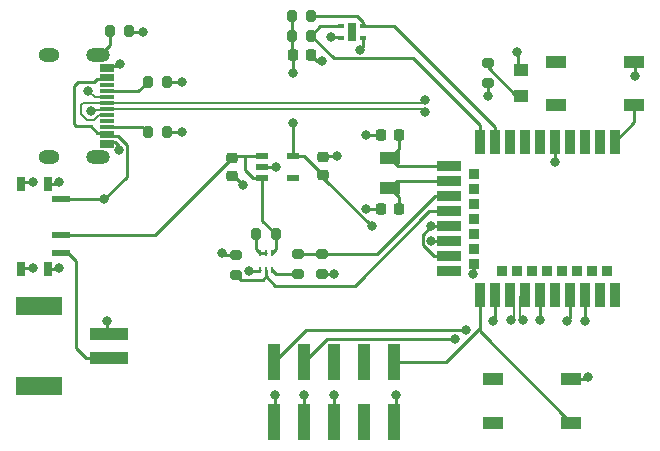
<source format=gbr>
%TF.GenerationSoftware,KiCad,Pcbnew,6.0.11-2627ca5db0~126~ubuntu22.04.1*%
%TF.CreationDate,2023-08-27T22:06:58+02:00*%
%TF.ProjectId,E73-2G4M08S1C-52840,4537332d-3247-4344-9d30-385331432d35,rev?*%
%TF.SameCoordinates,Original*%
%TF.FileFunction,Copper,L1,Top*%
%TF.FilePolarity,Positive*%
%FSLAX46Y46*%
G04 Gerber Fmt 4.6, Leading zero omitted, Abs format (unit mm)*
G04 Created by KiCad (PCBNEW 6.0.11-2627ca5db0~126~ubuntu22.04.1) date 2023-08-27 22:06:58*
%MOMM*%
%LPD*%
G01*
G04 APERTURE LIST*
G04 Aperture macros list*
%AMRoundRect*
0 Rectangle with rounded corners*
0 $1 Rounding radius*
0 $2 $3 $4 $5 $6 $7 $8 $9 X,Y pos of 4 corners*
0 Add a 4 corners polygon primitive as box body*
4,1,4,$2,$3,$4,$5,$6,$7,$8,$9,$2,$3,0*
0 Add four circle primitives for the rounded corners*
1,1,$1+$1,$2,$3*
1,1,$1+$1,$4,$5*
1,1,$1+$1,$6,$7*
1,1,$1+$1,$8,$9*
0 Add four rect primitives between the rounded corners*
20,1,$1+$1,$2,$3,$4,$5,0*
20,1,$1+$1,$4,$5,$6,$7,0*
20,1,$1+$1,$6,$7,$8,$9,0*
20,1,$1+$1,$8,$9,$2,$3,0*%
G04 Aperture macros list end*
%TA.AperFunction,SMDPad,CuDef*%
%ADD10R,1.520000X0.600000*%
%TD*%
%TA.AperFunction,SMDPad,CuDef*%
%ADD11R,0.700000X1.200000*%
%TD*%
%TA.AperFunction,ComponentPad*%
%ADD12O,2.000000X1.200000*%
%TD*%
%TA.AperFunction,ComponentPad*%
%ADD13O,1.800000X1.200000*%
%TD*%
%TA.AperFunction,SMDPad,CuDef*%
%ADD14R,1.300000X0.300000*%
%TD*%
%TA.AperFunction,SMDPad,CuDef*%
%ADD15RoundRect,0.200000X-0.275000X0.200000X-0.275000X-0.200000X0.275000X-0.200000X0.275000X0.200000X0*%
%TD*%
%TA.AperFunction,SMDPad,CuDef*%
%ADD16R,0.550000X0.350000*%
%TD*%
%TA.AperFunction,SMDPad,CuDef*%
%ADD17R,0.700000X1.600000*%
%TD*%
%TA.AperFunction,SMDPad,CuDef*%
%ADD18R,0.280000X0.550000*%
%TD*%
%TA.AperFunction,SMDPad,CuDef*%
%ADD19RoundRect,0.200000X-0.200000X-0.275000X0.200000X-0.275000X0.200000X0.275000X-0.200000X0.275000X0*%
%TD*%
%TA.AperFunction,SMDPad,CuDef*%
%ADD20RoundRect,0.200000X0.275000X-0.200000X0.275000X0.200000X-0.275000X0.200000X-0.275000X-0.200000X0*%
%TD*%
%TA.AperFunction,SMDPad,CuDef*%
%ADD21R,1.000000X0.600000*%
%TD*%
%TA.AperFunction,SMDPad,CuDef*%
%ADD22RoundRect,0.225000X-0.225000X-0.250000X0.225000X-0.250000X0.225000X0.250000X-0.225000X0.250000X0*%
%TD*%
%TA.AperFunction,SMDPad,CuDef*%
%ADD23R,1.700000X1.000000*%
%TD*%
%TA.AperFunction,SMDPad,CuDef*%
%ADD24RoundRect,0.225000X-0.250000X0.225000X-0.250000X-0.225000X0.250000X-0.225000X0.250000X0.225000X0*%
%TD*%
%TA.AperFunction,SMDPad,CuDef*%
%ADD25R,1.250000X1.000000*%
%TD*%
%TA.AperFunction,SMDPad,CuDef*%
%ADD26R,1.700000X1.050000*%
%TD*%
%TA.AperFunction,SMDPad,CuDef*%
%ADD27R,0.900000X2.000000*%
%TD*%
%TA.AperFunction,SMDPad,CuDef*%
%ADD28R,2.000000X0.900000*%
%TD*%
%TA.AperFunction,SMDPad,CuDef*%
%ADD29R,0.900000X0.900000*%
%TD*%
%TA.AperFunction,SMDPad,CuDef*%
%ADD30R,3.250000X1.000000*%
%TD*%
%TA.AperFunction,SMDPad,CuDef*%
%ADD31R,4.000000X1.500000*%
%TD*%
%TA.AperFunction,SMDPad,CuDef*%
%ADD32R,1.000000X3.150000*%
%TD*%
%TA.AperFunction,SMDPad,CuDef*%
%ADD33RoundRect,0.225000X0.250000X-0.225000X0.250000X0.225000X-0.250000X0.225000X-0.250000X-0.225000X0*%
%TD*%
%TA.AperFunction,ViaPad*%
%ADD34C,0.800000*%
%TD*%
%TA.AperFunction,Conductor*%
%ADD35C,0.250000*%
%TD*%
%TA.AperFunction,Conductor*%
%ADD36C,0.200000*%
%TD*%
G04 APERTURE END LIST*
D10*
%TO.P,SW3,1,1*%
%TO.N,VBUS*%
X3897500Y-20215000D03*
%TO.P,SW3,2,2*%
%TO.N,VSELECTED*%
X3897500Y-23215000D03*
%TO.P,SW3,3,3*%
%TO.N,VBAT*%
X3897500Y-24715000D03*
D11*
%TO.P,SW3,4,4*%
%TO.N,GND*%
X497500Y-26065000D03*
X2797500Y-26065000D03*
X2797500Y-18865000D03*
X497500Y-18865000D03*
%TD*%
D12*
%TO.P,USBC1,0,SH*%
%TO.N,/USB_SH*%
X7062500Y-7970000D03*
%TO.P,USBC1,1*%
%TO.N,N/C*%
X7062500Y-16630000D03*
D13*
%TO.P,USBC1,2*%
X2882500Y-16630000D03*
%TO.P,USBC1,3*%
X2882500Y-7970000D03*
D14*
%TO.P,USBC1,A1,GND*%
%TO.N,GND*%
X7822500Y-8950000D03*
%TO.P,USBC1,A4,VBUS*%
%TO.N,VBUS*%
X7822500Y-9750000D03*
%TO.P,USBC1,A5,CC1*%
%TO.N,CC1*%
X7822500Y-11050000D03*
%TO.P,USBC1,A6,DP1*%
%TO.N,DATA+*%
X7822500Y-12050000D03*
%TO.P,USBC1,A7,DN1*%
%TO.N,DATA-*%
X7822500Y-12550000D03*
%TO.P,USBC1,A8,SBU1*%
%TO.N,unconnected-(USBC1-PadA8)*%
X7822500Y-13550000D03*
%TO.P,USBC1,A9,VBUS*%
%TO.N,VBUS*%
X7822500Y-14850000D03*
%TO.P,USBC1,A12,GND*%
%TO.N,GND*%
X7822500Y-15650000D03*
%TO.P,USBC1,B1,GND*%
X7822500Y-15350000D03*
%TO.P,USBC1,B4,VBUS*%
%TO.N,VBUS*%
X7822500Y-14550000D03*
%TO.P,USBC1,B5,CC2*%
%TO.N,CC2*%
X7822500Y-14050000D03*
%TO.P,USBC1,B6,DP2*%
%TO.N,DATA+*%
X7822500Y-13050000D03*
%TO.P,USBC1,B7,DN2*%
%TO.N,DATA-*%
X7822500Y-11550000D03*
%TO.P,USBC1,B8,SBU2*%
%TO.N,unconnected-(USBC1-PadB8)*%
X7822500Y-10550000D03*
%TO.P,USBC1,B9,VBUS*%
%TO.N,VBUS*%
X7822500Y-10050000D03*
%TO.P,USBC1,B12,GND*%
%TO.N,GND*%
X7822500Y-9250000D03*
%TD*%
D15*
%TO.P,R9,1*%
%TO.N,BAT_READ*%
X26000000Y-24850000D03*
%TO.P,R9,2*%
%TO.N,GND*%
X26000000Y-26500000D03*
%TD*%
D16*
%TO.P,U3,1,VDD*%
%TO.N,nRF_VDD*%
X29481000Y-6567500D03*
%TO.P,U3,2,SCL*%
%TO.N,SCL*%
X29481000Y-5567500D03*
%TO.P,U3,3,SDA*%
%TO.N,SDA*%
X27641000Y-5567500D03*
%TO.P,U3,4,VSS*%
%TO.N,GND*%
X27641000Y-6567500D03*
D17*
%TO.P,U3,5,EP*%
%TO.N,unconnected-(U3-Pad5)*%
X28561000Y-6067500D03*
%TD*%
D18*
%TO.P,Q1,1,S1*%
%TO.N,GND*%
X20750000Y-26145000D03*
%TO.P,Q1,2,G1*%
%TO.N,BAT_MON_EN*%
X21250000Y-26145000D03*
%TO.P,Q1,3,D2*%
%TO.N,Net-(Q1-Pad3)*%
X21750000Y-26145000D03*
%TO.P,Q1,4,S2*%
%TO.N,VSELECTED*%
X21750000Y-24705000D03*
%TO.P,Q1,5,G2*%
%TO.N,Net-(Q1-Pad5)*%
X21250000Y-24705000D03*
%TO.P,Q1,6,D1*%
X20750000Y-24705000D03*
%TD*%
D15*
%TO.P,R4,1*%
%TO.N,Net-(LED1-Pad1)*%
X40020000Y-8700000D03*
%TO.P,R4,2*%
%TO.N,LED1*%
X40020000Y-10350000D03*
%TD*%
D19*
%TO.P,R1,1*%
%TO.N,CC1*%
X11217500Y-10272500D03*
%TO.P,R1,2*%
%TO.N,GND*%
X12867500Y-10272500D03*
%TD*%
D20*
%TO.P,R3,1*%
%TO.N,BAT_MON_EN*%
X18750000Y-26575000D03*
%TO.P,R3,2*%
%TO.N,GND*%
X18750000Y-24925000D03*
%TD*%
D21*
%TO.P,LDO1,1,IN*%
%TO.N,VSELECTED*%
X20900000Y-16500000D03*
%TO.P,LDO1,2,GND*%
%TO.N,GND*%
X20900000Y-17450000D03*
%TO.P,LDO1,3,EN*%
%TO.N,VSELECTED*%
X20900000Y-18400000D03*
%TO.P,LDO1,4,NC*%
%TO.N,unconnected-(LDO1-Pad4)*%
X23500000Y-18400000D03*
%TO.P,LDO1,5,OUT*%
%TO.N,nRF_VDD*%
X23500000Y-16500000D03*
%TD*%
D19*
%TO.P,R10,1*%
%TO.N,Net-(Q1-Pad5)*%
X20425000Y-23175000D03*
%TO.P,R10,2*%
%TO.N,VSELECTED*%
X22075000Y-23175000D03*
%TD*%
D22*
%TO.P,C5,1*%
%TO.N,GND*%
X30975000Y-21000000D03*
%TO.P,C5,2*%
%TO.N,XL2*%
X32525000Y-21000000D03*
%TD*%
%TO.P,C3,1*%
%TO.N,nRF_VDD*%
X23495580Y-7985000D03*
%TO.P,C3,2*%
%TO.N,GND*%
X25045580Y-7985000D03*
%TD*%
D23*
%TO.P,SW1,1,A*%
%TO.N,unconnected-(SW1-Pad1)*%
X45835000Y-8550000D03*
%TO.P,SW1,2,B*%
%TO.N,GND*%
X52435000Y-8550000D03*
%TO.P,SW1,3,C*%
%TO.N,unconnected-(SW1-Pad3)*%
X45835000Y-12250000D03*
%TO.P,SW1,4,D*%
%TO.N,BTN1*%
X52435000Y-12250000D03*
%TD*%
D19*
%TO.P,R8,1*%
%TO.N,/USB_SH*%
X8042500Y-5955000D03*
%TO.P,R8,2*%
%TO.N,GND*%
X9692500Y-5955000D03*
%TD*%
%TO.P,R6,1*%
%TO.N,nRF_VDD*%
X23428838Y-4685000D03*
%TO.P,R6,2*%
%TO.N,SCL*%
X25078838Y-4685000D03*
%TD*%
D23*
%TO.P,RESET1,1,A*%
%TO.N,unconnected-(RESET1-Pad1)*%
X40450000Y-35400000D03*
%TO.P,RESET1,2,B*%
%TO.N,GND*%
X47050000Y-35400000D03*
%TO.P,RESET1,3,C*%
%TO.N,unconnected-(RESET1-Pad3)*%
X40450000Y-39100000D03*
%TO.P,RESET1,4,D*%
%TO.N,RESET*%
X47050000Y-39100000D03*
%TD*%
D19*
%TO.P,R2,1*%
%TO.N,CC2*%
X11217500Y-14492500D03*
%TO.P,R2,2*%
%TO.N,GND*%
X12867500Y-14492500D03*
%TD*%
D24*
%TO.P,C1,1*%
%TO.N,VSELECTED*%
X18390000Y-16675000D03*
%TO.P,C1,2*%
%TO.N,GND*%
X18390000Y-18225000D03*
%TD*%
D20*
%TO.P,R7,1*%
%TO.N,Net-(Q1-Pad3)*%
X24000000Y-26500000D03*
%TO.P,R7,2*%
%TO.N,BAT_READ*%
X24000000Y-24850000D03*
%TD*%
D25*
%TO.P,LED1,1,K*%
%TO.N,Net-(LED1-Pad1)*%
X42820000Y-11450000D03*
%TO.P,LED1,2,A*%
%TO.N,nRF_VDD*%
X42820000Y-9250000D03*
%TD*%
D19*
%TO.P,R5,1*%
%TO.N,nRF_VDD*%
X23445580Y-6336000D03*
%TO.P,R5,2*%
%TO.N,SDA*%
X25095580Y-6336000D03*
%TD*%
D26*
%TO.P,X2,1,1*%
%TO.N,XL1*%
X31750000Y-16730000D03*
%TO.P,X2,2,2*%
%TO.N,XL2*%
X31750000Y-19270000D03*
%TD*%
D27*
%TO.P,U1,1,P1.11*%
%TO.N,BTN1*%
X50770000Y-15330000D03*
%TO.P,U1,2,P1.10*%
%TO.N,unconnected-(U1-Pad2)*%
X49500000Y-15330000D03*
%TO.P,U1,3,P0.03_P0.03/AIN1*%
%TO.N,unconnected-(U1-Pad3)*%
X48260000Y-15330000D03*
%TO.P,U1,4,AI4*%
%TO.N,unconnected-(U1-Pad4)*%
X46960000Y-15330000D03*
%TO.P,U1,5,GND*%
%TO.N,GND*%
X45690000Y-15330000D03*
%TO.P,U1,6,P1.13*%
%TO.N,unconnected-(U1-Pad6)*%
X44420000Y-15330000D03*
%TO.P,U1,7,AI0_P0.02/AIN0*%
%TO.N,unconnected-(U1-Pad7)*%
X43150000Y-15330000D03*
%TO.P,U1,8,AI5_P0.29/AIN5*%
%TO.N,unconnected-(U1-Pad8)*%
X41880000Y-15330000D03*
%TO.P,U1,9,AI7_P0.31/AIN7*%
%TO.N,SCL*%
X40610000Y-15330000D03*
%TO.P,U1,10,AI6_P0.30/AIN6*%
%TO.N,SDA*%
X39340000Y-15330000D03*
D28*
%TO.P,U1,11,XL1*%
%TO.N,XL1*%
X36750000Y-17380000D03*
D29*
%TO.P,U1,12,P0.26*%
%TO.N,unconnected-(U1-Pad12)*%
X38850000Y-18020000D03*
D28*
%TO.P,U1,13,XL2*%
%TO.N,XL2*%
X36750000Y-18660000D03*
D29*
%TO.P,U1,14,P0.06*%
%TO.N,unconnected-(U1-Pad14)*%
X38850000Y-19290000D03*
D28*
%TO.P,U1,15,AI3_P0.05/AIN3*%
%TO.N,BAT_READ*%
X36750000Y-19930000D03*
D29*
%TO.P,U1,16,P0.08*%
%TO.N,unconnected-(U1-Pad16)*%
X38850000Y-20560000D03*
D28*
%TO.P,U1,17,P1.09*%
%TO.N,BAT_MON_EN*%
X36750000Y-21200000D03*
D29*
%TO.P,U1,18,AI2*%
%TO.N,unconnected-(U1-Pad18)*%
X38850000Y-21830000D03*
D28*
%TO.P,U1,19,VCC*%
%TO.N,nRF_VDD*%
X36750000Y-22460000D03*
D29*
%TO.P,U1,20,P12*%
%TO.N,unconnected-(U1-Pad20)*%
X38850000Y-23100000D03*
D28*
%TO.P,U1,21,GND*%
%TO.N,GND*%
X36750000Y-23730000D03*
D29*
%TO.P,U1,22,P0.07*%
%TO.N,unconnected-(U1-Pad22)*%
X38850000Y-24370000D03*
D28*
%TO.P,U1,23,VDH*%
%TO.N,nRF_VDD*%
X36750000Y-25000000D03*
D29*
%TO.P,U1,24,GND*%
%TO.N,GND*%
X38850000Y-25640000D03*
D28*
%TO.P,U1,25,DCH*%
%TO.N,unconnected-(U1-Pad25)*%
X36750000Y-26280000D03*
D27*
%TO.P,U1,26,RST*%
%TO.N,RESET*%
X39340000Y-28330000D03*
%TO.P,U1,27,VBS*%
%TO.N,VBUS*%
X40610000Y-28330000D03*
D29*
%TO.P,U1,28,P15*%
%TO.N,unconnected-(U1-Pad28)*%
X41250000Y-26240000D03*
D27*
%TO.P,U1,29,D-*%
%TO.N,DATA-*%
X41880000Y-28330000D03*
D29*
%TO.P,U1,30,P17*%
%TO.N,unconnected-(U1-Pad30)*%
X42520000Y-26240000D03*
D27*
%TO.P,U1,31,D+*%
%TO.N,DATA+*%
X43150000Y-28330000D03*
D29*
%TO.P,U1,32,P0.20*%
%TO.N,unconnected-(U1-Pad32)*%
X43790000Y-26240000D03*
D27*
%TO.P,U1,33,P0.13*%
%TO.N,LED1*%
X44420000Y-28330000D03*
D29*
%TO.P,U1,34,P0.22*%
%TO.N,unconnected-(U1-Pad34)*%
X45060000Y-26240000D03*
D27*
%TO.P,U1,35,P0.24*%
%TO.N,unconnected-(U1-Pad35)*%
X45690000Y-28330000D03*
D29*
%TO.P,U1,36,P1.00*%
%TO.N,unconnected-(U1-Pad36)*%
X46330000Y-26240000D03*
D27*
%TO.P,U1,37,SWD/SWDIO*%
%TO.N,SWD*%
X46960000Y-28330000D03*
D29*
%TO.P,U1,38,P1.02*%
%TO.N,unconnected-(U1-Pad38)*%
X47600000Y-26240000D03*
D27*
%TO.P,U1,39,SWC/SWDCLK*%
%TO.N,SWC*%
X48230000Y-28330000D03*
D29*
%TO.P,U1,40,P1.04*%
%TO.N,unconnected-(U1-Pad40)*%
X48870000Y-26240000D03*
D27*
%TO.P,U1,41,NF1*%
%TO.N,unconnected-(U1-Pad41)*%
X49500000Y-28330000D03*
D29*
%TO.P,U1,42,P1.06*%
%TO.N,unconnected-(U1-Pad42)*%
X50140000Y-26230000D03*
D27*
%TO.P,U1,43,NF2*%
%TO.N,unconnected-(U1-Pad43)*%
X50770000Y-28330000D03*
%TD*%
D30*
%TO.P,X1,1,P+*%
%TO.N,VBAT*%
X7940000Y-33625000D03*
%TO.P,X1,2,P-*%
%TO.N,GND*%
X7940000Y-31625000D03*
D31*
%TO.P,X1,3,3*%
%TO.N,unconnected-(X1-Pad3)*%
X2060000Y-29215000D03*
%TO.P,X1,4,4*%
%TO.N,unconnected-(X1-Pad4)*%
X2060000Y-36035000D03*
%TD*%
D32*
%TO.P,J2,1,Pin_1*%
%TO.N,nRF_VDD*%
X21920000Y-39025000D03*
%TO.P,J2,2,Pin_2*%
%TO.N,SWD*%
X21920000Y-33975000D03*
%TO.P,J2,3,Pin_3*%
%TO.N,GND*%
X24460000Y-39025000D03*
%TO.P,J2,4,Pin_4*%
%TO.N,SWC*%
X24460000Y-33975000D03*
%TO.P,J2,5,Pin_5*%
%TO.N,GND*%
X27000000Y-39025000D03*
%TO.P,J2,6,Pin_6*%
%TO.N,unconnected-(J2-Pad6)*%
X27000000Y-33975000D03*
%TO.P,J2,7,Pin_7*%
%TO.N,unconnected-(J2-Pad7)*%
X29540000Y-39025000D03*
%TO.P,J2,8,Pin_8*%
%TO.N,unconnected-(J2-Pad8)*%
X29540000Y-33975000D03*
%TO.P,J2,9,Pin_9*%
%TO.N,GND*%
X32080000Y-39025000D03*
%TO.P,J2,10,Pin_10*%
%TO.N,RESET*%
X32080000Y-33975000D03*
%TD*%
D22*
%TO.P,C4,1*%
%TO.N,GND*%
X30950000Y-14750000D03*
%TO.P,C4,2*%
%TO.N,XL1*%
X32500000Y-14750000D03*
%TD*%
D33*
%TO.P,C2,1*%
%TO.N,nRF_VDD*%
X26117500Y-18145000D03*
%TO.P,C2,2*%
%TO.N,GND*%
X26117500Y-16595000D03*
%TD*%
D34*
%TO.N,GND*%
X14122500Y-14500000D03*
X48500000Y-35250000D03*
X19817076Y-26266294D03*
X22055000Y-17485000D03*
X8778000Y-16000000D03*
X32250000Y-36750000D03*
X27000000Y-36750000D03*
X17500000Y-24750000D03*
X3750000Y-26000000D03*
X52500000Y-9750000D03*
X26750000Y-6500000D03*
X29750000Y-21000000D03*
X45750000Y-17000000D03*
X26000000Y-8500000D03*
X19305000Y-18985000D03*
X7750000Y-30500000D03*
X27000000Y-26500000D03*
X29725000Y-14750000D03*
X1500000Y-26000000D03*
X3750000Y-18750000D03*
X14122500Y-10250000D03*
X1500000Y-18750000D03*
X38750000Y-26500000D03*
X8872500Y-8750000D03*
X27250000Y-16500000D03*
X24500000Y-36750000D03*
X35250000Y-23750000D03*
X10872500Y-6000000D03*
%TO.N,VBUS*%
X7570000Y-20215000D03*
X40480000Y-30480000D03*
%TO.N,DATA-*%
X6400000Y-12749500D03*
X41975000Y-30456644D03*
X6200000Y-11000000D03*
X34750000Y-12825000D03*
%TO.N,DATA+*%
X43025000Y-30456644D03*
X34750000Y-11775000D03*
%TO.N,LED1*%
X44450000Y-30450000D03*
X40005000Y-11430000D03*
%TO.N,SWD*%
X38146771Y-31275500D03*
X46750000Y-30500000D03*
%TO.N,SWC*%
X37250000Y-32000000D03*
X48250000Y-30500000D03*
%TO.N,nRF_VDD*%
X29210000Y-7530500D03*
X42500000Y-7750000D03*
X22000000Y-36750000D03*
X23495000Y-9525000D03*
X23495000Y-13750000D03*
X30250000Y-22500000D03*
X35250000Y-22500000D03*
%TD*%
D35*
%TO.N,Net-(LED1-Pad1)*%
X40020000Y-9020000D02*
X42450000Y-11450000D01*
X40020000Y-8700000D02*
X40020000Y-9020000D01*
X42450000Y-11450000D02*
X42820000Y-11450000D01*
%TO.N,GND*%
X27000000Y-36750000D02*
X27000000Y-39025000D01*
X27573500Y-6500000D02*
X27641000Y-6567500D01*
X25560580Y-8500000D02*
X25045580Y-7985000D01*
X3635000Y-18865000D02*
X3750000Y-18750000D01*
X24500000Y-38985000D02*
X24460000Y-39025000D01*
X14122500Y-14500000D02*
X12875000Y-14500000D01*
X32250000Y-36750000D02*
X32250000Y-38855000D01*
X24500000Y-36750000D02*
X24500000Y-38985000D01*
X8778000Y-15655500D02*
X8477500Y-15355000D01*
X7750000Y-30500000D02*
X7750000Y-31500000D01*
X20900000Y-17450000D02*
X22020000Y-17450000D01*
X8477500Y-15355000D02*
X7922500Y-15355000D01*
X26000000Y-8500000D02*
X25560580Y-8500000D01*
X7922500Y-8955000D02*
X8667500Y-8955000D01*
X45750000Y-17000000D02*
X45750000Y-15390000D01*
X18545000Y-18225000D02*
X19305000Y-18985000D01*
X18390000Y-18225000D02*
X18545000Y-18225000D01*
X27250000Y-16500000D02*
X26212500Y-16500000D01*
X26212500Y-16500000D02*
X26117500Y-16595000D01*
X48350000Y-35400000D02*
X48500000Y-35250000D01*
X10872500Y-6000000D02*
X9737500Y-6000000D01*
X17675000Y-24925000D02*
X18750000Y-24925000D01*
X36750000Y-23730000D02*
X35270000Y-23730000D01*
X27000000Y-26500000D02*
X26000000Y-26500000D01*
X1500000Y-26000000D02*
X510000Y-26000000D01*
X3685000Y-26065000D02*
X3750000Y-26000000D01*
X38850000Y-25640000D02*
X38850000Y-26400000D01*
X8778000Y-16000000D02*
X8778000Y-15655500D01*
X19817076Y-26266294D02*
X20628706Y-26266294D01*
X8667500Y-8955000D02*
X8872500Y-8750000D01*
X29750000Y-21000000D02*
X30975000Y-21000000D01*
X2745000Y-26065000D02*
X3685000Y-26065000D01*
X32250000Y-38855000D02*
X32080000Y-39025000D01*
X20628706Y-26266294D02*
X20750000Y-26145000D01*
X22020000Y-17450000D02*
X22055000Y-17485000D01*
X38850000Y-26400000D02*
X38750000Y-26500000D01*
X29725000Y-14750000D02*
X30950000Y-14750000D01*
X35270000Y-23730000D02*
X35250000Y-23750000D01*
X26750000Y-6500000D02*
X27573500Y-6500000D01*
X14122500Y-10250000D02*
X12890000Y-10250000D01*
X17500000Y-24750000D02*
X17675000Y-24925000D01*
X1500000Y-18750000D02*
X560000Y-18750000D01*
X2745000Y-18865000D02*
X3635000Y-18865000D01*
X52500000Y-9750000D02*
X52500000Y-8615000D01*
X47050000Y-35400000D02*
X48350000Y-35400000D01*
%TO.N,XL1*%
X32500000Y-15980000D02*
X31750000Y-16730000D01*
X32500000Y-14750000D02*
X32500000Y-15980000D01*
X36750000Y-17380000D02*
X32400000Y-17380000D01*
X32400000Y-17380000D02*
X31750000Y-16730000D01*
%TO.N,XL2*%
X32525000Y-21000000D02*
X32525000Y-20045000D01*
X36750000Y-18660000D02*
X32360000Y-18660000D01*
X32360000Y-18660000D02*
X31750000Y-19270000D01*
X32525000Y-20045000D02*
X31750000Y-19270000D01*
%TO.N,VBUS*%
X9503000Y-18282000D02*
X7570000Y-20215000D01*
X5000000Y-13800000D02*
X5000000Y-10600000D01*
X9503000Y-15630500D02*
X9503000Y-18282000D01*
X5000000Y-10600000D02*
X5325000Y-10275000D01*
X6950000Y-14550000D02*
X6400000Y-14000000D01*
X6947500Y-10050000D02*
X7822500Y-10050000D01*
X8722500Y-14850000D02*
X9503000Y-15630500D01*
X5200000Y-14000000D02*
X5000000Y-13800000D01*
X40610000Y-30350000D02*
X40610000Y-29160000D01*
X7822500Y-14550000D02*
X6950000Y-14550000D01*
X40480000Y-30480000D02*
X40610000Y-30350000D01*
X7822500Y-14850000D02*
X8722500Y-14850000D01*
X7570000Y-20215000D02*
X3845000Y-20215000D01*
X5325000Y-10275000D02*
X6722500Y-10275000D01*
X6722500Y-10275000D02*
X6947500Y-10050000D01*
X6400000Y-14000000D02*
X5200000Y-14000000D01*
%TO.N,RESET*%
X39340000Y-31390000D02*
X39340000Y-31107576D01*
X39340000Y-28330000D02*
X39340000Y-31107576D01*
X39340000Y-31107576D02*
X36472576Y-33975000D01*
X47050000Y-39100000D02*
X39340000Y-31390000D01*
X36472576Y-33975000D02*
X32080000Y-33975000D01*
D36*
%TO.N,DATA-*%
X6549500Y-12600000D02*
X6400000Y-12749500D01*
X8822501Y-12525000D02*
X8797501Y-12550000D01*
X41975000Y-30456644D02*
X42274999Y-30156645D01*
X34450001Y-12525001D02*
X8822501Y-12525000D01*
X7822500Y-12550000D02*
X7772500Y-12600000D01*
X34750000Y-12825000D02*
X34450001Y-12525001D01*
X42274999Y-30156645D02*
X42275000Y-28400000D01*
X7772500Y-12600000D02*
X6549500Y-12600000D01*
X6200000Y-11000000D02*
X6750000Y-11550000D01*
X8797501Y-12550000D02*
X7822500Y-12550000D01*
X6750000Y-11550000D02*
X7822500Y-11550000D01*
%TO.N,DATA+*%
X5750000Y-12050000D02*
X7822500Y-12050000D01*
X7089450Y-13050000D02*
X6689950Y-13449500D01*
X43025000Y-30456644D02*
X42725001Y-30156645D01*
X8822501Y-12075000D02*
X8797501Y-12050000D01*
X42725001Y-30156645D02*
X42725000Y-28400000D01*
X5600000Y-12939450D02*
X5600000Y-12200000D01*
X7822500Y-13050000D02*
X7089450Y-13050000D01*
X34750000Y-11775000D02*
X34450001Y-12074999D01*
X6689950Y-13449500D02*
X6110050Y-13449500D01*
X34450001Y-12074999D02*
X8822501Y-12075000D01*
X5600000Y-12200000D02*
X5750000Y-12050000D01*
X6110050Y-13449500D02*
X5600000Y-12939450D01*
X8797501Y-12050000D02*
X7822500Y-12050000D01*
D35*
%TO.N,CC1*%
X7922500Y-11055000D02*
X10435000Y-11055000D01*
X10435000Y-11055000D02*
X11217500Y-10272500D01*
%TO.N,LED1*%
X44450000Y-30450000D02*
X44450000Y-28360000D01*
X40005000Y-11430000D02*
X40005000Y-10365000D01*
X44450000Y-28360000D02*
X44420000Y-28330000D01*
%TO.N,CC2*%
X7922500Y-14055000D02*
X10780000Y-14055000D01*
X10780000Y-14055000D02*
X11217500Y-14492500D01*
%TO.N,BAT_MON_EN*%
X28750000Y-27500000D02*
X35050000Y-21200000D01*
X22040000Y-27500000D02*
X21250000Y-26710000D01*
X28750000Y-27500000D02*
X22040000Y-27500000D01*
X18750000Y-26575000D02*
X19175000Y-27000000D01*
X35050000Y-21200000D02*
X36750000Y-21200000D01*
X19175000Y-27000000D02*
X20960000Y-27000000D01*
X20960000Y-27000000D02*
X21250000Y-26710000D01*
X21250000Y-26710000D02*
X21250000Y-26145000D01*
%TO.N,SCL*%
X32097500Y-5567500D02*
X29481000Y-5567500D01*
X29481000Y-5187500D02*
X29481000Y-5567500D01*
X28978500Y-4685000D02*
X29481000Y-5187500D01*
X40610000Y-15330000D02*
X40610000Y-14080000D01*
X40610000Y-14080000D02*
X32097500Y-5567500D01*
X25078838Y-4685000D02*
X28978500Y-4685000D01*
%TO.N,SDA*%
X25864080Y-5567500D02*
X25095580Y-6336000D01*
X39340000Y-13940000D02*
X33655000Y-8255000D01*
X39340000Y-15330000D02*
X39340000Y-13940000D01*
X33655000Y-8255000D02*
X27014580Y-8255000D01*
X27014580Y-8255000D02*
X25095580Y-6336000D01*
X27641000Y-5567500D02*
X25864080Y-5567500D01*
%TO.N,SWD*%
X46960000Y-30290000D02*
X46750000Y-30500000D01*
X38146771Y-31275500D02*
X24619500Y-31275500D01*
X46960000Y-28330000D02*
X46960000Y-30290000D01*
X24619500Y-31275500D02*
X21920000Y-33975000D01*
%TO.N,SWC*%
X48230000Y-30480000D02*
X48250000Y-30500000D01*
X37250000Y-32000000D02*
X26435000Y-32000000D01*
X26435000Y-32000000D02*
X24460000Y-33975000D01*
X48230000Y-28330000D02*
X48230000Y-30480000D01*
%TO.N,Net-(Q1-Pad3)*%
X24000000Y-26500000D02*
X22105000Y-26500000D01*
X22105000Y-26500000D02*
X21750000Y-26145000D01*
%TO.N,nRF_VDD*%
X30224695Y-22500000D02*
X30250000Y-22500000D01*
X42500000Y-7750000D02*
X42545000Y-7795000D01*
X42545000Y-7795000D02*
X42545000Y-8975000D01*
X36710000Y-22500000D02*
X36750000Y-22460000D01*
X23500000Y-13755000D02*
X23500000Y-16500000D01*
X26117500Y-18145000D02*
X26117500Y-18392805D01*
X24472500Y-16500000D02*
X26117500Y-18145000D01*
X35250000Y-22500000D02*
X34525000Y-23225000D01*
X26117500Y-18392805D02*
X30224695Y-22500000D01*
X23428838Y-4685000D02*
X23428838Y-7918258D01*
X35474695Y-25000000D02*
X36750000Y-25000000D01*
X23495000Y-13750000D02*
X23500000Y-13755000D01*
X35250000Y-22500000D02*
X36710000Y-22500000D01*
X29210000Y-7530500D02*
X29481000Y-7259500D01*
X23495000Y-9525000D02*
X23495000Y-7985580D01*
X29481000Y-7259500D02*
X29481000Y-6567500D01*
X34525000Y-23225000D02*
X34525000Y-24050305D01*
X22000000Y-36750000D02*
X22000000Y-38945000D01*
X23500000Y-16500000D02*
X24472500Y-16500000D01*
X22000000Y-38945000D02*
X21920000Y-39025000D01*
X34525000Y-24050305D02*
X35474695Y-25000000D01*
%TO.N,BTN1*%
X52435000Y-13665000D02*
X50770000Y-15330000D01*
X52435000Y-12250000D02*
X52435000Y-13665000D01*
%TO.N,Net-(Q1-Pad5)*%
X20425000Y-23175000D02*
X20425000Y-24380000D01*
X20750000Y-24705000D02*
X21250000Y-24705000D01*
X20425000Y-24380000D02*
X20750000Y-24705000D01*
%TO.N,/USB_SH*%
X8042500Y-7095000D02*
X7162500Y-7975000D01*
X8042500Y-5955000D02*
X8042500Y-7095000D01*
%TO.N,VSELECTED*%
X19465000Y-16500000D02*
X20900000Y-16500000D01*
X20900000Y-18400000D02*
X20900000Y-22000000D01*
X22075000Y-23175000D02*
X22075000Y-24380000D01*
X11850000Y-23215000D02*
X18390000Y-16675000D01*
X22075000Y-24380000D02*
X21750000Y-24705000D01*
X20900000Y-22000000D02*
X22075000Y-23175000D01*
X18565000Y-16500000D02*
X19465000Y-16500000D01*
X20150000Y-18400000D02*
X19465000Y-17715000D01*
X19465000Y-17715000D02*
X19465000Y-16500000D01*
X20900000Y-18400000D02*
X20150000Y-18400000D01*
X3897500Y-23215000D02*
X11850000Y-23215000D01*
%TO.N,VBAT*%
X7940000Y-33625000D02*
X6025000Y-33625000D01*
X5200000Y-32800000D02*
X5200000Y-25400000D01*
X5200000Y-25400000D02*
X4515000Y-24715000D01*
X4515000Y-24715000D02*
X3897500Y-24715000D01*
X6025000Y-33625000D02*
X5200000Y-32800000D01*
%TO.N,BAT_READ*%
X25250000Y-24850000D02*
X30650000Y-24850000D01*
X24000000Y-24850000D02*
X26000000Y-24850000D01*
X30650000Y-24850000D02*
X35570000Y-19930000D01*
X35570000Y-19930000D02*
X36750000Y-19930000D01*
%TD*%
M02*

</source>
